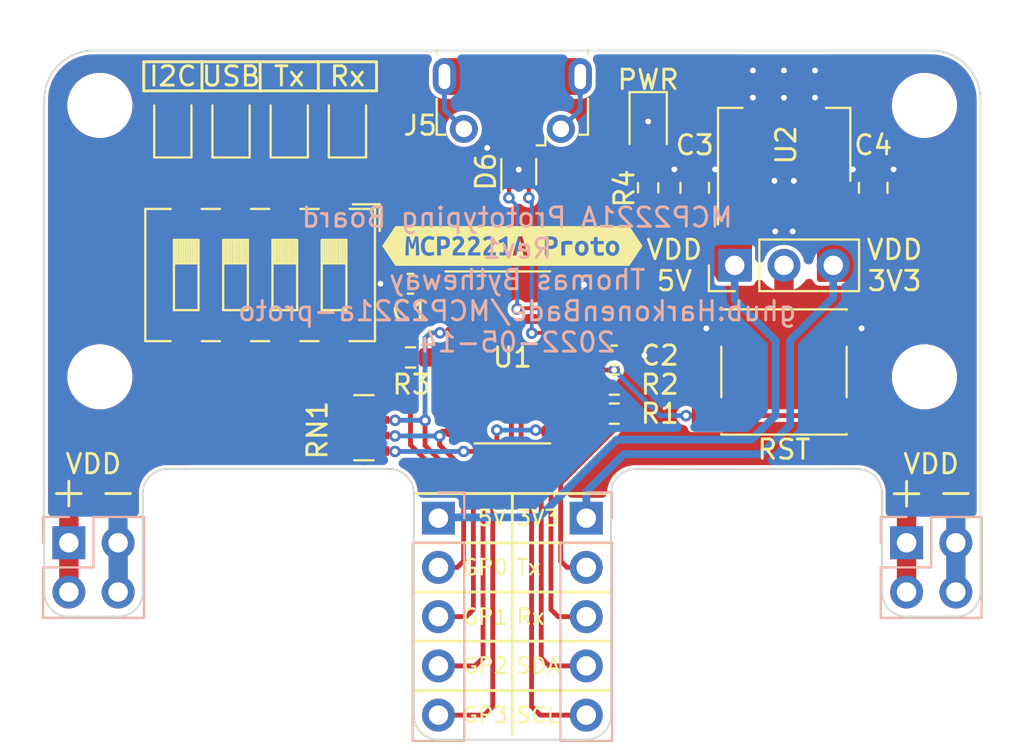
<source format=kicad_pcb>
(kicad_pcb (version 20211014) (generator pcbnew)
  (layers (0 "F.Cu" signal) (31 "B.Cu" signal) (34 "B.Paste" user) (35 "F.Paste" user) (36 "B.SilkS" user "B.Silkscreen") (37 "F.SilkS" user "F.Silkscreen") (38 "B.Mask" user) (39 "F.Mask" user) (44 "Edge.Cuts" user))
  (net 0 "")
  (net 1 "+5V")
  (net 2 "GND")
  (net 3 "+3V3")
  (net 4 "VDD")
  (net 5 "Net-(C2-Pad1)")
  (net 6 "Net-(D1-Pad1)")
  (net 7 "Net-(D2-Pad1)")
  (net 8 "Net-(D3-Pad1)")
  (net 9 "Net-(D4-Pad1)")
  (net 10 "Net-(D5-Pad2)")
  (net 11 "G0")
  (net 12 "G1")
  (net 13 "G2")
  (net 14 "G3")
  (net 15 "Tx")
  (net 16 "Rx")
  (net 17 "SDA")
  (net 18 "SCL")
  (net 19 "Net-(R3-Pad1)")
  (net 20 "D-")
  (net 21 "D+")
  (net 23 "unconnected-(J5-Pad6)")
  (net 24 "Net-(RN1-Pad1)")
  (net 25 "Net-(RN1-Pad2)")
  (net 26 "Net-(RN1-Pad3)")
  (net 27 "Net-(RN1-Pad4)")
  (footprint "Capacitor_SMD:C_0805_2012Metric" (layer "F.Cu") (at 66.86 33.75 90)
    (fp_text reference "C4" (at 2.2 0) (layer "F.SilkS"))
    (fp_text value "10u")
    (pad "1" smd roundrect (at -0.95 0 90) (size 1 1.45) (layers "F.Cu" "F.Paste" "F.Mask") (net 3 "+3V3"))
    (pad "2" smd roundrect (at 0.95 0 90) (size 1 1.45) (layers "F.Cu" "F.Paste" "F.Mask") (net 2 "GND"))
  )
  (footprint "Resistor_SMD:R_0603_1608Metric" (layer "F.Cu") (at 53.51 43.9)
    (fp_text reference "R2" (at 2.35 0) (layer "F.SilkS"))
    (fp_text value "4k7")
    (pad "1" smd roundrect (at -0.825 0) (size 0.8 0.95) (layers "F.Cu" "F.Paste" "F.Mask") (net 18 "SCL"))
    (pad "2" smd roundrect (at 0.825 0) (size 0.8 0.95) (layers "F.Cu" "F.Paste" "F.Mask") (net 4 "VDD"))
  )
  (footprint "LED_SMD:LED_0805_2012Metric" (layer "F.Cu") (at 33.76 30.5 90)
    (fp_text reference "D3" hide)
    (fp_text value "USB" (at 2.5 0) (layer "F.SilkS"))
    (pad "1" smd roundrect (at -0.9375 0 90) (size 0.975 1.4) (layers "F.Cu" "F.Paste" "F.Mask") (net 8 "Net-(D3-Pad1)"))
    (pad "2" smd roundrect (at 0.9375 0 90) (size 0.975 1.4) (layers "F.Cu" "F.Paste" "F.Mask") (net 4 "VDD"))
  )
  (footprint "Package_TO_SOT_SMD:SOT-223-3_TabPin2" (layer "F.Cu") (at 62.27 31.54 90)
    (fp_text reference "U2" (at 0 0.1 90) (layer "F.SilkS"))
    (fp_text value "MCP1826S")
    (pad "1" smd rect (at -3.15 -2.3 90) (size 2 1.5) (layers "F.Cu" "F.Paste" "F.Mask") (net 1 "+5V"))
    (pad "2" smd rect (at 3.15 0 90) (size 2 3.8) (layers "F.Cu" "F.Paste" "F.Mask") (net 2 "GND"))
    (pad "2" smd rect (at -3.15 0 90) (size 2 1.5) (layers "F.Cu" "F.Paste" "F.Mask") (net 2 "GND"))
    (pad "3" smd rect (at -3.15 2.3 90) (size 2 1.5) (layers "F.Cu" "F.Paste" "F.Mask") (net 3 "+3V3"))
  )
  (footprint "Resistor_SMD:R_0603_1608Metric" (layer "F.Cu") (at 43.01 42.5 180)
    (fp_text reference "R3" (at -0.05 -1.4) (layer "F.SilkS"))
    (fp_text value "10k")
    (pad "1" smd roundrect (at -0.825 0 180) (size 0.8 0.95) (layers "F.Cu" "F.Paste" "F.Mask") (net 19 "Net-(R3-Pad1)"))
    (pad "2" smd roundrect (at 0.825 0 180) (size 0.8 0.95) (layers "F.Cu" "F.Paste" "F.Mask") (net 4 "VDD"))
  )
  (footprint "MountingHole:MountingHole_2.7mm_M2.5_ISO7380" (layer "F.Cu") (at 27 43.5)
    (fp_text reference "H1" hide)
    (fp_text value "MountingHole")
    (pad "" np_thru_hole circle (at 0 0) (size 2.7 2.7) (drill 2.7) (layers *.Cu *.Mask))
  )
  (footprint "MountingHole:MountingHole_2.7mm_M2.5_ISO7380" (layer "F.Cu") (at 69.5 43.5)
    (fp_text reference "H4" hide)
    (fp_text value "MountingHole")
    (pad "" np_thru_hole circle (at 0 0) (size 2.7 2.7) (drill 2.7) (layers *.Cu *.Mask))
  )
  (footprint "LED_SMD:LED_0805_2012Metric" (layer "F.Cu") (at 30.76 30.5 90)
    (fp_text reference "D4" hide)
    (fp_text value "I2C" (at 2.5 0) (layer "F.SilkS"))
    (pad "1" smd roundrect (at -0.9375 0 90) (size 0.975 1.4) (layers "F.Cu" "F.Paste" "F.Mask") (net 9 "Net-(D4-Pad1)"))
    (pad "2" smd roundrect (at 0.9375 0 90) (size 0.975 1.4) (layers "F.Cu" "F.Paste" "F.Mask") (net 4 "VDD"))
  )
  (footprint "Capacitor_SMD:C_0805_2012Metric" (layer "F.Cu") (at 57.66 33.75 90)
    (fp_text reference "C3" (at 2.2 0) (layer "F.SilkS"))
    (fp_text value "10u")
    (pad "1" smd roundrect (at -0.95 0 90) (size 1 1.45) (layers "F.Cu" "F.Paste" "F.Mask") (net 1 "+5V"))
    (pad "2" smd roundrect (at 0.95 0 90) (size 1 1.45) (layers "F.Cu" "F.Paste" "F.Mask") (net 2 "GND"))
  )
  (footprint "Package_TO_SOT_SMD:SOT-523" (layer "F.Cu") (at 48.591 32.912351 90)
    (fp_text reference "D6" (at 0 -1.7 90) (layer "F.SilkS"))
    (fp_text value "RCLAMP0582B")
    (pad "1" smd rect (at -0.645 -0.5 270) (size 0.51 0.4) (layers "F.Cu" "F.Paste" "F.Mask") (net 21 "D+"))
    (pad "2" smd rect (at -0.645 0.5 270) (size 0.51 0.4) (layers "F.Cu" "F.Paste" "F.Mask") (net 20 "D-"))
    (pad "3" smd rect (at 0.645 0 270) (size 0.51 0.4) (layers "F.Cu" "F.Paste" "F.Mask") (net 2 "GND"))
  )
  (footprint "Connector_USB:USB_Micro-B_Molex-105017-0001" (layer "F.Cu") (at 48.26 29.25 180)
    (fp_text reference "J5" (at 4.75 -1.29) (layer "F.SilkS"))
    (fp_text value "USB_B_Micro")
    (pad "1" smd rect (at -1.3 -1.4625 180) (size 0.4 1.35) (layers "F.Cu" "F.Paste" "F.Mask") (net 1 "+5V"))
    (pad "2" smd rect (at -0.65 -1.4625 180) (size 0.4 1.35) (layers "F.Cu" "F.Paste" "F.Mask") (net 20 "D-"))
    (pad "3" smd rect (at 0 -1.4625 180) (size 0.4 1.35) (layers "F.Cu" "F.Paste" "F.Mask") (net 21 "D+"))
    (pad "4" smd rect (at 0.65 -1.4625 180) (size 0.4 1.35) (layers "F.Cu" "F.Paste" "F.Mask"))
    (pad "5" smd rect (at 1.3 -1.4625 180) (size 0.4 1.35) (layers "F.Cu" "F.Paste" "F.Mask") (net 2 "GND"))
    (pad "6" thru_hole circle (at 2.5 -1.4625 180) (size 1.45 1.45) (drill 0.85) (layers *.Cu *.Mask) (net 23 "unconnected-(J5-Pad6)"))
    (pad "6" thru_hole circle (at -2.5 -1.4625 180) (size 1.45 1.45) (drill 0.85) (layers *.Cu *.Mask) (net 23 "unconnected-(J5-Pad6)"))
    (pad "6" thru_hole oval (at 3.5 1.2375 180) (size 1.2 1.9) (drill oval 0.6 1.3) (layers *.Cu *.Mask) (net 23 "unconnected-(J5-Pad6)"))
    (pad "6" smd rect (at 2.9 1.2375 180) (size 1.2 1.9) (layers "F.Cu" "F.Mask") (net 23 "unconnected-(J5-Pad6)"))
    (pad "6" thru_hole oval (at -3.5 1.2375) (size 1.2 1.9) (drill oval 0.6 1.3) (layers *.Cu *.Mask) (net 23 "unconnected-(J5-Pad6)"))
    (pad "6" smd rect (at 1 1.2375 180) (size 1.5 1.9) (layers "F.Cu" "F.Paste" "F.Mask") (net 23 "unconnected-(J5-Pad6)"))
    (pad "6" smd rect (at -2.9 1.2375 180) (size 1.2 1.9) (layers "F.Cu" "F.Mask") (net 23 "unconnected-(J5-Pad6)"))
    (pad "6" smd rect (at -1 1.2375 180) (size 1.5 1.9) (layers "F.Cu" "F.Paste" "F.Mask") (net 23 "unconnected-(J5-Pad6)"))
  )
  (footprint "Connector_PinHeader_2.54mm:PinHeader_1x03_P2.54mm_Vertical" (layer "F.Cu") (at 59.72 37.75 90)
    (fp_text reference "SW3" hide)
    (fp_text value "VDD_SEL")
    (pad "1" thru_hole rect (at 0 0 90) (size 1.7 1.7) (drill 1) (layers *.Cu *.Mask) (net 1 "+5V"))
    (pad "2" thru_hole oval (at 0 2.54 90) (size 1.7 1.7) (drill 1) (layers *.Cu *.Mask) (net 4 "VDD"))
    (pad "3" thru_hole oval (at 0 5.08 90) (size 1.7 1.7) (drill 1) (layers *.Cu *.Mask) (net 3 "+3V3"))
  )
  (footprint "LED_SMD:LED_0805_2012Metric" (layer "F.Cu") (at 39.76 30.5 90)
    (fp_text reference "D1" hide)
    (fp_text value "Rx" (at 2.5 0) (layer "F.SilkS"))
    (pad "1" smd roundrect (at -0.9375 0 90) (size 0.975 1.4) (layers "F.Cu" "F.Paste" "F.Mask") (net 6 "Net-(D1-Pad1)"))
    (pad "2" smd roundrect (at 0.9375 0 90) (size 0.975 1.4) (layers "F.Cu" "F.Paste" "F.Mask") (net 4 "VDD"))
  )
  (footprint "Button_Switch_SMD:SW_Push_1P1T_NO_6x6mm_H9.5mm" (layer "F.Cu") (at 62.26 43.25)
    (fp_text reference "SW1" hide)
    (fp_text value "RST" (at 0 4) (layer "F.SilkS"))
    (pad "1" smd rect (at 3.975 -2.25) (size 1.55 1.3) (layers "F.Cu" "F.Paste" "F.Mask") (net 2 "GND"))
    (pad "1" smd rect (at -3.975 -2.25) (size 1.55 1.3) (layers "F.Cu" "F.Paste" "F.Mask") (net 2 "GND"))
    (pad "2" smd rect (at 3.975 2.25) (size 1.55 1.3) (layers "F.Cu" "F.Paste" "F.Mask") (net 19 "Net-(R3-Pad1)"))
    (pad "2" smd rect (at -3.975 2.25) (size 1.55 1.3) (layers "F.Cu" "F.Paste" "F.Mask") (net 19 "Net-(R3-Pad1)"))
  )
  (footprint "kibuzzard-627C3F81" (layer "F.Cu") (at 48.26 36.75)
    (fp_text reference "kibuzzard-627C3F81" hide)
    (fp_text value "G***" hide)
  )
  (footprint "Package_SO:SOIC-14_3.9x8.7mm_P1.27mm" (layer "F.Cu") (at 48.26 42.5)
    (fp_text reference "U1" (at 0 0) (layer "F.SilkS"))
    (fp_text value "MCP2221AxSL")
    (pad "1" smd roundrect (at -2.475 -3.81) (size 1.95 0.6) (layers "F.Cu" "F.Paste" "F.Mask") (net 4 "VDD"))
    (pad "2" smd roundrect (at -2.475 -2.54) (size 1.95 0.6) (layers "F.Cu" "F.Paste" "F.Mask") (net 11 "G0"))
    (pad "3" smd roundrect (at -2.475 -1.27) (size 1.95 0.6) (layers "F.Cu" "F.Paste" "F.Mask") (net 12 "G1"))
    (pad "4" smd roundrect (at -2.475 0) (size 1.95 0.6) (layers "F.Cu" "F.Paste" "F.Mask") (net 19 "Net-(R3-Pad1)"))
    (pad "5" smd roundrect (at -2.475 1.27) (size 1.95 0.6) (layers "F.Cu" "F.Paste" "F.Mask") (net 16 "Rx"))
    (pad "6" smd roundrect (at -2.475 2.54) (size 1.95 0.6) (layers "F.Cu" "F.Paste" "F.Mask") (net 15 "Tx"))
    (pad "7" smd roundrect (at -2.475 3.81) (size 1.95 0.6) (layers "F.Cu" "F.Paste" "F.Mask") (net 13 "G2"))
    (pad "8" smd roundrect (at 2.475 3.81) (size 1.95 0.6) (layers "F.Cu" "F.Paste" "F.Mask") (net 14 "G3"))
    (pad "9" smd roundrect (at 2.475 2.54) (size 1.95 0.6) (layers "F.Cu" "F.Paste" "F.Mask") (net 17 "SDA"))
    (pad "10" smd roundrect (at 2.475 1.27) (size 1.95 0.6) (layers "F.Cu" "F.Paste" "F.Mask") (net 18 "SCL"))
    (pad "11" smd roundrect (at 2.475 0) (size 1.95 0.6) (layers "F.Cu" "F.Paste" "F.Mask") (net 5 "Net-(C2-Pad1)"))
    (pad "12" smd roundrect (at 2.475 -1.27) (size 1.95 0.6) (layers "F.Cu" "F.Paste" "F.Mask") (net 20 "D-"))
    (pad "13" smd roundrect (at 2.475 -2.54) (size 1.95 0.6) (layers "F.Cu" "F.Paste" "F.Mask") (net 21 "D+"))
    (pad "14" smd roundrect (at 2.475 -3.81) (size 1.95 0.6) (layers "F.Cu" "F.Paste" "F.Mask") (net 2 "GND"))
  )
  (footprint "Capacitor_SMD:C_0603_1608Metric" (layer "F.Cu") (at 43.01 38.7 180)
    (fp_text reference "C1" (at 0 -1.4) (layer "F.SilkS"))
    (fp_text value "100n")
    (pad "1" smd roundrect (at -0.775 0 180) (size 0.9 0.95) (layers "F.Cu" "F.Paste" "F.Mask") (net 4 "VDD"))
    (pad "2" smd roundrect (at 0.775 0 180) (size 0.9 0.95) (layers "F.Cu" "F.Paste" "F.Mask") (net 2 "GND"))
  )
  (footprint "MountingHole:MountingHole_2.7mm_M2.5_ISO7380" (layer "F.Cu") (at 27 29.5)
    (fp_text reference "H2" hide)
    (fp_text value "MountingHole")
    (pad "" np_thru_hole circle (at 0 0) (size 2.7 2.7) (drill 2.7) (layers *.Cu *.Mask))
  )
  (footprint "LED_SMD:LED_0805_2012Metric" (layer "F.Cu") (at 55.26 30.5 -90)
    (fp_text reference "D5" hide)
    (fp_text value "PWR" (at -2.323 0) (layer "F.SilkS"))
    (pad "1" smd roundrect (at -0.9375 0 270) (size 0.975 1.4) (layers "F.Cu" "F.Paste" "F.Mask") (net 2 "GND"))
    (pad "2" smd roundrect (at 0.9375 0 270) (size 0.975 1.4) (layers "F.Cu" "F.Paste" "F.Mask") (net 10 "Net-(D5-Pad2)"))
  )
  (footprint "MountingHole:MountingHole_2.7mm_M2.5_ISO7380" (layer "F.Cu") (at 69.5 29.5)
    (fp_text reference "H3" hide)
    (fp_text value "MountingHole")
    (pad "" np_thru_hole circle (at 0 0) (size 2.7 2.7) (drill 2.7) (layers F&B.Cu *.Mask))
  )
  (footprint "LED_SMD:LED_0805_2012Metric" (layer "F.Cu") (at 36.76 30.5 90)
    (fp_text reference "D2" hide)
    (fp_text value "Tx" (at 2.5 0) (layer "F.SilkS"))
    (pad "1" smd roundrect (at -0.9375 0 90) (size 0.975 1.4) (layers "F.Cu" "F.Paste" "F.Mask") (net 7 "Net-(D2-Pad1)"))
    (pad "2" smd roundrect (at 0.9375 0 90) (size 0.975 1.4) (layers "F.Cu" "F.Paste" "F.Mask") (net 4 "VDD"))
  )
  (footprint "Capacitor_SMD:C_0603_1608Metric" (layer "F.Cu") (at 53.51 42.4)
    (fp_text reference "C2" (at 2.35 0) (layer "F.SilkS"))
    (fp_text value "1u")
    (pad "1" smd roundrect (at -0.775 0) (size 0.9 0.95) (layers "F.Cu" "F.Paste" "F.Mask") (net 5 "Net-(C2-Pad1)"))
    (pad "2" smd roundrect (at 0.775 0) (size 0.9 0.95) (layers "F.Cu" "F.Paste" "F.Mask") (net 2 "GND"))
  )
  (footprint "Button_Switch_SMD:SW_DIP_SPSTx04_Slide_6.7x11.72mm_W8.61mm_P2.54mm_LowProfile" (layer "F.Cu") (at 35.26 38.25 -90)
    (fp_text reference "SW2" hide)
    (fp_text value "SW_DIP_x04")
    (pad "1" smd rect (at -4.305 -3.81 270) (size 2.44 1.12) (layers "F.Cu" "F.Paste" "F.Mask") (net 6 "Net-(D1-Pad1)"))
    (pad "2" smd rect (at -4.305 -1.27 270) (size 2.44 1.12) (layers "F.Cu" "F.Paste" "F.Mask") (net 7 "Net-(D2-Pad1)"))
    (pad "3" smd rect (at -4.305 1.27 270) (size 2.44 1.12) (layers "F.Cu" "F.Paste" "F.Mask") (net 8 "Net-(D3-Pad1)"))
    (pad "4" smd rect (at -4.305 3.81 270) (size 2.44 1.12) (layers "F.Cu" "F.Paste" "F.Mask") (net 9 "Net-(D4-Pad1)"))
    (pad "5" smd rect (at 4.305 3.81 270) (size 2.44 1.12) (layers "F.Cu" "F.Paste" "F.Mask") (net 27 "Net-(RN1-Pad4)"))
    (pad "6" smd rect (at 4.305 1.27 270) (size 2.44 1.12) (layers "F.Cu" "F.Paste" "F.Mask") (net 26 "Net-(RN1-Pad3)"))
    (pad "7" smd rect (at 4.305 -1.27 270) (size 2.44 1.12) (layers "F.Cu" "F.Paste" "F.Mask") (net 25 "Net-(RN1-Pad2)"))
    (pad "8" smd rect (at 4.305 -3.81 270) (size 2.44 1.12) (layers "F.Cu" "F.Paste" "F.Mask") (net 24 "Net-(RN1-Pad1)"))
  )
  (footprint "Resistor_SMD:R_0603_1608Metric" (layer "F.Cu") (at 55.26 33.75 -90)
    (fp_text reference "R4" (at 0.032 1.228 -270) (layer "F.SilkS"))
    (fp_text value "1k")
    (pad "1" smd roundrect (at -0.825 0 270) (size 0.8 0.95) (layers "F.Cu" "F.Paste" "F.Mask") (net 10 "Net-(D5-Pad2)"))
    (pad "2" smd roundrect (at 0.825 0 270) (size 0.8 0.95) (layers "F.Cu" "F.Paste" "F.Mask") (net 1 "+5V"))
  )
  (footprint "Resistor_SMD:R_0603_1608Metric" (layer "F.Cu") (at 53.51 45.4)
    (fp_text reference "R1" (at 2.35 0) (layer "F.SilkS"))
    (fp_text value "4k7")
    (pad "1" smd roundrect (at -0.825 0) (size 0.8 0.95) (layers "F.Cu" "F.Paste" "F.Mask") (net 17 "SDA"))
    (pad "2" smd roundrect (at 0.825 0) (size 0.8 0.95) (layers "F.Cu" "F.Paste" "F.Mask") (net 4 "VDD"))
  )
  (footprint "Resistor_SMD:R_Array_Convex_4x0603" (layer "F.Cu") (at 40.61 46.125)
    (fp_text reference "RN1" (at -2.4 0.125 90) (layer "F.SilkS"))
    (fp_text value "1k")
    (pad "1" smd rect (at -0.9 -1.2) (size 0.8 0.5) (layers "F.Cu" "F.Paste" "F.Mask") (net 24 "Net-(RN1-Pad1)"))
    (pad "2" smd rect (at -0.9 -0.4) (size 0.8 0.4) (layers "F.Cu" "F.Paste" "F.Mask") (net 25 "Net-(RN1-Pad2)"))
    (pad "3" smd rect (at -0.9 0.4) (size 0.8 0.4) (layers "F.Cu" "F.Paste" "F.Mask") (net 26 "Net-(RN1-Pad3)"))
    (pad "4" smd rect (at -0.9 1.2) (size 0.8 0.5) (layers "F.Cu" "F.Paste" "F.Mask") (net 27 "Net-(RN1-Pad4)"))
    (pad "5" smd rect (at 0.9 1.2) (size 0.8 0.5) (layers "F.Cu" "F.Paste" "F.Mask") (net 14 "G3"))
    (pad "6" smd rect (at 0.9 0.4) (size 0.8 0.4) (layers "F.Cu" "F.Paste" "F.Mask") (net 13 "G2"))
    (pad "7" smd rect (at 0.9 -0.4) (size 0.8 0.4) (layers "F.Cu" "F.Paste" "F.Mask") (net 12 "G1"))
    (pad "8" smd rect (at 0.9 -1.2) (size 0.8 0.5) (layers "F.Cu" "F.Paste" "F.Mask") (net 11 "G0"))
  )
  (footprint "Connector_PinHeader_2.54mm:PinHeader_1x05_P2.54mm_Vertical" (layer "B.Cu") (at 44.45 50.79 180)
    (fp_text reference "J3" hide)
    (fp_text value "GPIO" hide)
    (pad "1" thru_hole rect (at 0 0 180) (size 1.7 1.7) (drill 1) (layers *.Cu *.Mask) (net 1 "+5V"))
    (pad "2" thru_hole oval (at 0 -2.54 180) (size 1.7 1.7) (drill 1) (layers *.Cu *.Mask) (net 11 "G0"))
    (pad "3" thru_hole oval (at 0 -5.08 180) (size 1.7 1.7) (drill 1) (layers *.Cu *.Mask) (net 12 "G1"))
    (pad "4" thru_hole oval (at 0 -7.62 180) (size 1.7 1.7) (drill 1) (layers *.Cu *.Mask) (net 13 "G2"))
    (pad "5" thru_hole oval (at 0 -10.16 180) (size 1.7 1.7) (drill 1) (layers *.Cu *.Mask) (net 14 "G3"))
  )
  (footprint "Connector_PinHeader_2.54mm:PinHeader_1x05_P2.54mm_Vertical" (layer "B.Cu") (at 52.07 50.79 180)
    (fp_text reference "J4" hide)
    (fp_text value "UART/SPI" hide)
    (pad "1" thru_hole rect (at 0 0 180) (size 1.7 1.7) (drill 1) (layers *.Cu *.Mask) (net 3 "+3V3"))
    (pad "2" thru_hole oval (at 0 -2.54 180) (size 1.7 1.7) (drill 1) (layers *.Cu *.Mask) (net 18 "SCL"))
    (pad "3" thru_hole oval (at 0 -5.08 180) (size 1.7 1.7) (drill 1) (layers *.Cu *.Mask) (net 17 "SDA"))
    (pad "4" thru_hole oval (at 0 -7.62 180) (size 1.7 1.7) (drill 1) (layers *.Cu *.Mask) (net 16 "Rx"))
    (pad "5" thru_hole oval (at 0 -10.16 180) (size 1.7 1.7) (drill 1) (layers *.Cu *.Mask) (net 15 "Tx"))
  )
  (footprint "Connector_PinHeader_2.54mm:PinHeader_2x02_P2.54mm_Vertical" (layer "B.Cu") (at 68.58 52.06 -90)
    (fp_text reference "J2" hide)
    (fp_text value "VDD" (at -4.064 -1.27) (layer "F.SilkS"))
    (pad "1" thru_hole rect (at 0 0 270) (size 1.7 1.7) (drill 1) (layers *.Cu *.Mask) (net 4 "VDD"))
    (pad "2" thru_hole oval (at 2.54 0 270) (size 1.7 1.7) (drill 1) (layers *.Cu *.Mask) (net 4 "VDD"))
    (pad "3" thru_hole oval (at 0 -2.54 270) (size 1.7 1.7) (drill 1) (layers *.Cu *.Mask) (net 2 "GND"))
    (pad "4" thru_hole oval (at 2.54 -2.54 270) (size 1.7 1.7) (drill 1) (layers *.Cu *.Mask) (net 2 "GND"))
  )
  (footprint "Connector_PinHeader_2.54mm:PinHeader_2x02_P2.54mm_Vertical" (layer "B.Cu") (at 25.4 52.06 -90)
    (fp_text reference "J1" hide)
    (fp_text value "VDD" (at -4.064 -1.27) (layer "F.SilkS"))
    (pad "1" thru_hole rect (at 0 0 270) (size 1.7 1.7) (drill 1) (layers *.Cu *.Mask) (net 4 "VDD"))
    (pad "2" thru_hole oval (at 2.54 0 270) (size 1.7 1.7) (drill 1) (layers *.Cu *.Mask) (net 4 "VDD"))
    (pad "3" thru_hole oval (at 0 -2.54 270) (size 1.7 1.7) (drill 1) (layers *.Cu *.Mask) (net 2 "GND"))
    (pad "4" thru_hole oval (at 2.54 -2.54 270) (size 1.7 1.7) (drill 1) (layers *.Cu *.Mask) (net 2 "GND"))
  )
  (gr_line (start 48.26 49.52) (end 43.25 49.52) (layer "F.SilkS") (width 0.15))
  (gr_line (start 38.26 27.25) (end 38.26 28.75) (layer "F.SilkS") (width 0.15))
  (gr_line (start 43.25 57.14) (end 48.26 57.14) (layer "F.SilkS") (width 0.15))
  (gr_line (start 48.26 61.966) (end 48.26 49.52) (layer "F.SilkS") (width 0.15))
  (gr_line (start 70.485 49.52) (end 71.755 49.52) (layer "F.SilkS") (width 0.15))
  (gr_line (start 68.58 50.165) (end 68.58 48.895) (layer "F.SilkS") (width 0.15))
  (gr_line (start 29.26 28.75) (end 41.26 28.75) (layer "F.SilkS") (width 0.15))
  (gr_line (start 53.25 52.06) (end 48.26 52.06) (layer "F.SilkS") (width 0.15))
  (gr_line (start 32.26 27.25) (end 32.26 28.75) (layer "F.SilkS") (width 0.15))
  (gr_line (start 53.25 59.68) (end 48.26 59.68) (layer "F.SilkS") (width 0.15))
  (gr_line (start 27.305 49.52) (end 28.575 49.52) (layer "F.SilkS") (width 0.15))
  (gr_line (start 24.765 49.52) (end 26.035 49.52) (layer "F.SilkS") (width 0.15))
  (gr_line (start 48.26 52.06) (end 43.25 52.06) (layer "F.SilkS") (width 0.15))
  (gr_line (start 48.26 54.6) (end 43.25 54.6) (layer "F.SilkS") (width 0.15))
  (gr_line (start 41.26 27.25) (end 41.26 28.75) (layer "F.SilkS") (width 0.15))
  (gr_line (start 25.4 48.885) (end 25.4 50.155) (layer "F.SilkS") (width 0.15))
  (gr_line (start 43.25 59.68) (end 48.26 59.68) (layer "F.SilkS") (width 0.15))
  (gr_line (start 48.26 49.52) (end 53.25 49.52) (layer "F.SilkS") (width 0.15))
  (gr_line (start 69.215 49.53) (end 67.945 49.53) (layer "F.SilkS") (width 0.15))
  (gr_line (start 53.25 57.14) (end 48.26 57.14) (layer "F.SilkS") (width 0.15))
  (gr_line (start 41.26 27.25) (end 29.26 27.25) (layer "F.SilkS") (width 0.15))
  (gr_line (start 53.25 54.6) (end 48.26 54.6) (layer "F.SilkS") (width 0.15))
  (gr_line (start 29.26 27.25) (end 29.26 28.75) (layer "F.SilkS") (width 0.15))
  (gr_line (start 35.26 27.25) (end 35.26 28.75) (layer "F.SilkS") (width 0.15))
  (gr_arc (start 25.4 55.87) (mid 24.501974 55.498026) (end 24.13 54.6) (layer "Edge.Cuts") (width 0.1))
  (gr_line (start 24.13 29.21) (end 24.13 54.6) (layer "Edge.Cuts") (width 0.1))
  (gr_line (start 69.85 26.67) (end 26.67 26.67) (layer "Edge.Cuts") (width 0.1))
  (gr_arc (start 72.39 54.6) (mid 72.018026 55.498026) (end 71.12 55.87) (layer "Edge.Cuts") (width 0.1))
  (gr_line (start 25.4 55.87) (end 27.94 55.87) (layer "Edge.Cuts") (width 0.1))
  (gr_line (start 67.31 49.52) (end 67.31 54.6) (layer "Edge.Cuts") (width 0.1))
  (gr_arc (start 66.04 48.25) (mid 66.938026 48.621974) (end 67.31 49.52) (layer "Edge.Cuts") (width 0.1))
  (gr_arc (start 69.85 26.67) (mid 71.646051 27.413949) (end 72.39 29.21) (layer "Edge.Cuts") (width 0.1))
  (gr_line (start 53.34 60.949999) (end 53.34 49.53) (layer "Edge.Cuts") (width 0.1))
  (gr_line (start 68.58 55.87) (end 71.12 55.87) (layer "Edge.Cuts") (width 0.1))
  (gr_arc (start 53.34 49.53) (mid 53.711974 48.631974) (end 54.61 48.26) (layer "Edge.Cuts") (width 0.1))
  (gr_arc (start 41.91 48.25) (mid 42.808026 48.621974) (end 43.18 49.52) (layer "Edge.Cuts") (width 0.1))
  (gr_arc (start 44.450001 62.219999) (mid 43.551975 61.848025) (end 43.180001 60.949999) (layer "Edge.Cuts") (width 0.1))
  (gr_arc (start 29.21 49.52) (mid 29.581974 48.621974) (end 30.48 48.25) (layer "Edge.Cuts") (width 0.1))
  (gr_line (start 29.21 54.6) (end 29.21 49.52) (layer "Edge.Cuts") (width 0.1))
  (gr_line (start 44.450001 62.219999) (end 52.07 62.219999) (layer "Edge.Cuts") (width 0.1))
  (gr_line (start 43.18 49.52) (end 43.180001 60.949999) (layer "Edge.Cuts") (width 0.1))
  (gr_arc (start 68.58 55.87) (mid 67.681974 55.498026) (end 67.31 54.6) (layer "Edge.Cuts") (width 0.1))
  (gr_line (start 72.39 54.6) (end 72.39 29.21) (layer "Edge.Cuts") (width 0.1))
  (gr_line (start 30.48 48.25) (end 41.91 48.25) (layer "Edge.Cuts") (width 0.1))
  (gr_arc (start 24.13 29.21) (mid 24.873949 27.413949) (end 26.67 26.67) (layer "Edge.Cuts") (width 0.1))
  (gr_arc (start 29.21 54.6) (mid 28.838026 55.498026) (end 27.94 55.87) (layer "Edge.Cuts") (width 0.1))
  (gr_line (start 54.61 48.26) (end 66.04 48.25) (layer "Edge.Cuts") (width 0.1))
  (gr_arc (start 53.34 60.949999) (mid 52.968026 61.848025) (end 52.07 62.219999) (layer "Edge.Cuts") (width 0.1))
  (gr_text "MCP2221A Prototyping Board\nRev1\nThomas Bytheway\nghub:HarkonenBade/MCP2221a-proto\n2022-05-14\n" (at 48.51 38.5) (layer "B.SilkS") (effects (font (size 1 1)) (justify mirror)))
  (gr_text "GP1\n" (at 48.133 55.88) (layer "F.SilkS") (effects (font (size 0.8 0.8) (thickness 0.12)) (justify right)))
  (gr_text "SDA\n" (at 48.387 58.41) (layer "F.SilkS") (effects (font (size 0.8 0.8) (thickness 0.12)) (justify left)))
  (gr_text "Tx" (at 48.387 53.33) (layer "F.SilkS") (effects (font (size 0.8 0.8) (thickness 0.12)) (justify left)))
  (gr_text "5V\n" (at 48.006 50.79) (layer "F.SilkS") (effects (font (size 0.8 0.8) (thickness 0.12)) (justify right)))
  (gr_text "3V3" (at 48.387 50.79) (layer "F.SilkS") (effects (font (size 0.8 0.8) (thickness 0.12)) (justify left)))
  (gr_text "VDD\n3V3" (at 67.96 37.75) (layer "F.SilkS") (effects (font (size 1 1))))
  (gr_text "GP2" (at 48.133 58.41) (layer "F.SilkS") (effects (font (size 0.8 0.8) (thickness 0.12)) (justify right)))
  (gr_text "GP0" (at 48.133 53.33) (layer "F.SilkS") (effects (font (size 0.8 0.8) (thickness 0.12)) (justify right)))
  (gr_text "SCL" (at 48.387 60.95) (layer "F.SilkS") (effects (font (size 0.8 0.8) (thickness 0.12)) (justify left)))
  (gr_text "Rx" (at 48.387 55.88) (layer "F.SilkS") (effects (font (size 0.8 0.8) (thickness 0.12)) (justify left)))
  (gr_text "GP3\n" (at 48.133 60.95) (layer "F.SilkS") (effects (font (size 0.8 0.8) (thickness 0.12)) (justify right)))
  (gr_text "VDD\n5V" (at 56.61 37.75) (layer "F.SilkS") (effects (font (size 1 1))))
  (segment (start 52.585 34.575) (end 57.535 34.575) (width 0.4) (layer "F.Cu") (net 1))
  (segment (start 49.56 30.7125) (end 49.56 31.55) (width 0.4) (layer "F.Cu") (net 1))
  (segment (start 49.56 31.55) (end 52.585 34.575) (width 0.4) (layer "F.Cu") (net 1))
  (segment (start 57.535 34.575) (end 57.66 34.7) (width 0.4) (layer "F.Cu") (net 1))
  (segment (start 59.72 37.75) (end 59.72 39.52) (width 0.4) (layer "B.Cu") (net 1))
  (segment (start 49.625 50.75) (end 44.49 50.75) (width 0.4) (layer "B.Cu") (net 1))
  (segment (start 61.83 41.64) (end 61.83 45.49) (width 0.4) (layer "B.Cu") (net 1))
  (segment (start 61.83 45.49) (end 60.58 46.74) (width 0.4) (layer "B.Cu") (net 1))
  (segment (start 59.72 39.52) (end 61.83 41.63) (width 0.4) (layer "B.Cu") (net 1))
  (segment (start 53.635 46.74) (end 49.625 50.75) (width 0.4) (layer "B.Cu") (net 1))
  (segment (start 44.49 50.75) (end 44.45 50.79) (width 0.4) (layer "B.Cu") (net 1))
  (segment (start 60.58 46.74) (end 53.635 46.74) (width 0.4) (layer "B.Cu") (net 1))
  (segment (start 46.96 31.69) (end 46.96 30.7125) (width 0.25) (layer "F.Cu") (net 2))
  (segment (start 48.591 32.262351) (end 48.591 32.8395) (width 0.25) (layer "F.Cu") (net 2))
  (segment (start 51.9 38.69) (end 51.96 38.75) (width 0.25) (layer "F.Cu") (net 2))
  (segment (start 55.26 29.5625) (end 55.26 30.327) (width 0.25) (layer "F.Cu") (net 2))
  (segment (start 41.46 38.7) (end 42.235 38.7) (width 0.25) (layer "F.Cu") (net 2))
  (segment (start 55.06 42.4) (end 54.285 42.4) (width 0.25) (layer "F.Cu") (net 2))
  (segment (start 50.735 38.69) (end 51.9 38.69) (width 0.25) (layer "F.Cu") (net 2))
  (via (at 65.81 32.8) (size 0.6) (drill 0.3) (layers "F.Cu" "B.Cu") (net 2))
  (via (at 62.71 36) (size 0.6) (drill 0.3) (layers "F.Cu" "B.Cu") (net 2))
  (via (at 62.77 33.39) (size 0.6) (drill 0.3) (layers "F.Cu" "B.Cu") (net 2))
  (via (at 58.26 41) (size 0.6) (drill 0.3) (layers "F.Cu" "B.Cu") (net 2))
  (via (at 46.96 31.69) (size 0.6) (drill 0.3) (layers "F.Cu" "B.Cu") (net 2))
  (via (at 51.96 38.75) (size 0.6) (drill 0.3) (layers "F.Cu" "B.Cu") (net 2))
  (via (at 63.86 29.1) (size 0.6) (drill 0.3) (layers "F.Cu" "B.Cu") (net 2))
  (via (at 56.61 32.8) (size 0.6) (drill 0.3) (layers "F.Cu" "B.Cu") (net 2))
  (via (at 67.91 32.8) (size 0.6) (drill 0.3) (layers "F.Cu" "B.Cu") (net 2))
  (via (at 55.26 30.327) (size 0.6) (drill 0.3) (layers "F.Cu" "B.Cu") (net 2))
  (via (at 60.66 27.7) (size 0.6) (drill 0.3) (layers "F.Cu" "B.Cu") (net 2))
  (via (at 61.77 33.39) (size 0.6) (drill 0.3) (layers "F.Cu" "B.Cu") (net 2))
  (via (at 55.06 42.4) (size 0.6) (drill 0.3) (layers "F.Cu" "B.Cu") (net 2))
  (via (at 41.46 38.7) (size 0.6) (drill 0.3) (layers "F.Cu" "B.Cu") (net 2))
  (via (at 61.81 36) (size 0.6) (drill 0.3) (layers "F.Cu" "B.Cu") (net 2))
  (via (at 60.66 29.1) (size 0.6) (drill 0.3) (layers "F.Cu" "B.Cu") (net 2))
  (via (at 62.26 27.7) (size 0.6) (drill 0.3) (layers "F.Cu" "B.Cu") (net 2))
  (via (at 66.26 41) (size 0.6) (drill 0.3) (layers "F.Cu" "B.Cu") (net 2))
  (via (at 58.71 32.8) (size 0.6) (drill 0.3) (layers "F.Cu" "B.Cu") (net 2))
  (via (at 63.86 27.7) (size 0.6) (drill 0.3) (layers "F.Cu" "B.Cu") (net 2))
  (via (at 48.5905 32.815) (size 0.6) (drill 0.3) (layers "F.Cu" "B.Cu") (net 2))
  (via (at 62.26 29.1) (size 0.6) (drill 0.3) (layers "F.Cu" "B.Cu") (net 2))
  (segment (start 64.8 37.75) (end 64.8 39.41) (width 0.4) (layer "B.Cu") (net 3))
  (segment (start 52.07 49.43) (end 52.07 50.79) (width 0.4) (layer "B.Cu") (net 3))
  (segment (start 61.08 47.49) (end 54.01 47.49) (width 0.4) (layer "B.Cu") (net 3))
  (segment (start 54.01 47.49) (end 52.07 49.43) (width 0.4) (layer "B.Cu") (net 3))
  (segment (start 62.58 41.64) (end 62.58 45.99) (width 0.4) (layer "B.Cu") (net 3))
  (segment (start 62.58 45.99) (end 61.08 47.49) (width 0.4) (layer "B.Cu") (net 3))
  (segment (start 64.8 39.41) (end 62.58 41.63) (width 0.4) (layer "B.Cu") (net 3))
  (segment (start 45.785 38.69) (end 43.77 38.69) (width 0.25) (layer "F.Cu") (net 4))
  (segment (start 51.96 42.5) (end 52.06 42.4) (width 0.25) (layer "F.Cu") (net 5))
  (segment (start 52.06 42.4) (end 52.735 42.4) (width 0.25) (layer "F.Cu") (net 5))
  (segment (start 50.735 42.5) (end 51.96 42.5) (width 0.25) (layer "F.Cu") (net 5))
  (segment (start 39.76 32) (end 39.76 31.4375) (width 0.25) (layer "F.Cu") (net 6))
  (segment (start 39.07 33.945) (end 39.07 32.69) (width 0.25) (layer "F.Cu") (net 6))
  (segment (start 39.07 32.69) (end 39.76 32) (width 0.25) (layer "F.Cu") (net 6))
  (segment (start 36.76 32.25) (end 36.76 31.4375) (width 0.25) (layer "F.Cu") (net 7))
  (segment (start 36.53 32.48) (end 36.76 32.25) (width 0.25) (layer "F.Cu") (net 7))
  (segment (start 36.53 33.945) (end 36.53 32.48) (width 0.25) (layer "F.Cu") (net 7))
  (segment (start 33.99 33.945) (end 34.01 33.925) (width 0.25) (layer "F.Cu") (net 8))
  (segment (start 34.01 33.925) (end 34.01 32.5) (width 0.25) (layer "F.Cu") (net 8))
  (segment (start 34.01 32.5) (end 33.76 32.25) (width 0.25) (layer "F.Cu") (net 8))
  (segment (start 33.76 32.25) (end 33.76 31.4375) (width 0.25) (layer "F.Cu") (net 8))
  (segment (start 31.45 33.945) (end 31.45 32.69) (width 0.25) (layer "F.Cu") (net 9))
  (segment (start 30.76 32) (end 30.76 31.4375) (width 0.25) (layer "F.Cu") (net 9))
  (segment (start 31.45 32.69) (end 30.76 32) (width 0.25) (layer "F.Cu") (net 9))
  (segment (start 55.26 32.925) (end 55.26 31.3855) (width 0.25) (layer "F.Cu") (net 10))
  (segment (start 43.01 41.45) (end 43.01 47.01) (width 0.25) (layer "F.Cu") (net 11))
  (segment (start 45.785 39.96) (end 44.5 39.96) (width 0.25) (layer "F.Cu") (net 11))
  (segment (start 41.51 44.925) (end 43.01 44.925) (width 0.25) (layer "F.Cu") (net 11))
  (segment (start 43.01 47.01) (end 45.75 49.75) (width 0.25) (layer "F.Cu") (net 11))
  (segment (start 44.5 39.96) (end 43.01 41.45) (width 0.25) (layer "F.Cu") (net 11))
  (segment (start 45.42 53.33) (end 44.45 53.33) (width 0.25) (layer "F.Cu") (net 11))
  (segment (start 45.75 49.75) (end 45.75 53) (width 0.25) (layer "F.Cu") (net 11))
  (segment (start 45.75 53) (end 45.42 53.33) (width 0.25) (layer "F.Cu") (net 11))
  (segment (start 43.76 47.042503) (end 46.25 49.532503) (width 0.25) (layer "F.Cu") (net 12))
  (segment (start 46.25 55.5) (end 45.88 55.87) (width 0.25) (layer "F.Cu") (net 12))
  (segment (start 42.19503 45.725) (end 41.51 45.725) (width 0.25) (layer "F.Cu") (net 12))
  (segment (start 44.53 41.23) (end 45.785 41.23) (width 0.25) (layer "F.Cu") (net 12))
  (segment (start 46.25 49.532503) (end 46.25 55.5) (width 0.25) (layer "F.Cu") (net 12))
  (segment (start 45.88 55.87) (end 44.64 55.87) (width 0.25) (layer "F.Cu") (net 12))
  (segment (start 43.76 45.75) (end 43.76 47.042503) (width 0.25) (layer "F.Cu") (net 12))
  (segment (start 42.213019 45.742989) (end 42.19503 45.725) (width 0.25) (layer "F.Cu") (net 12))
  (via (at 44.53 41.23) (size 0.6) (drill 0.3) (layers "F.Cu" "B.Cu") (net 12))
  (via (at 43.76 45.75) (size 0.6) (drill 0.3) (layers "F.Cu" "B.Cu") (net 12))
  (via (at 42.213019 45.742989) (size 0.6) (drill 0.3) (layers "F.Cu" "B.Cu") (net 12))
  (segment (start 44.03 41.23) (end 43.76 41.5) (width 0.25) (layer "B.Cu") (net 12))
  (segment (start 43.76 45.75) (end 43.752989 45.742989) (width 0.25) (layer "B.Cu") (net 12))
  (segment (start 43.752989 45.742989) (end 42.213019 45.742989) (width 0.25) (layer "B.Cu") (net 12))
  (segment (start 44.53 41.23) (end 44.03 41.23) (width 0.25) (layer "B.Cu") (net 12))
  (segment (start 43.76 41.5) (end 43.76 45.75) (width 0.25) (layer "B.Cu") (net 12))
  (segment (start 44.51 47.01) (end 46.75 49.25) (width 0.25) (layer "F.Cu") (net 13))
  (segment (start 46.75 49.25) (end 46.75 58) (width 0.25) (layer "F.Cu") (net 13))
  (segment (start 44.51 46.55) (end 44.51 47.01) (width 0.25) (layer "F.Cu") (net 13))
  (segment (start 44.65 46.31) (end 45.785 46.31) (width 0.25) (layer "F.Cu") (net 13))
  (segment (start 44.51 46.55) (end 44.51 46.45) (width 0.25) (layer "F.Cu") (net 13))
  (segment (start 42.21 46.55) (end 42.185 46.525) (width 0.25) (layer "F.Cu") (net 13))
  (segment (start 42.185 46.525) (end 41.51 46.525) (width 0.25) (layer "F.Cu") (net 13))
  (segment (start 46.34 58.41) (end 45.1 58.41) (width 0.25) (layer "F.Cu") (net 13))
  (segment (start 46.75 58) (end 46.34 58.41) (width 0.25) (layer "F.Cu") (net 13))
  (segment (start 44.51 46.45) (end 44.65 46.31) (width 0.25) (layer "F.Cu") (net 13))
  (via (at 44.51 46.55) (size 0.6) (drill 0.3) (layers "F.Cu" "B.Cu") (net 13))
  (via (at 42.21 46.55) (size 0.6) (drill 0.3) (layers "F.Cu" "B.Cu") (net 13))
  (segment (start 44.51 46.55) (end 42.21 46.55) (width 0.25) (layer "B.Cu") (net 13))
  (segment (start 47.25 60.5) (end 46.8 60.95) (width 0.25) (layer "F.Cu") (net 14))
  (segment (start 42.185 47.325) (end 41.51 47.325) (width 0.25) (layer "F.Cu") (net 14))
  (segment (start 47.46 47.14) (end 47.46 46.25) (width 0.25) (layer "F.Cu") (net 14))
  (segment (start 47.25 47.35) (end 47.25 60.5) (width 0.25) (layer "F.Cu") (net 14))
  (segment (start 49.52 46.31) (end 50.735 46.31) (width 0.25) (layer "F.Cu") (net 14))
  (segment (start 49.46 46.25) (end 49.52 46.31) (width 0.25) (layer "F.Cu") (net 14))
  (segment (start 42.21 47.35) (end 42.185 47.325) (width 0.25) (layer "F.Cu") (net 14))
  (segment (start 46.8 60.95) (end 44.45 60.95) (width 0.25) (layer "F.Cu") (net 14))
  (segment (start 47.3 47.3) (end 47.46 47.14) (width 0.25) (layer "F.Cu") (net 14))
  (segment (start 45.75 47.35) (end 47.25 47.35) (width 0.25) (layer "F.Cu") (net 14))
  (via (at 42.21 47.35) (size 0.6) (drill 0.3) (layers "F.Cu" "B.Cu") (net 14))
  (via (at 45.75 47.35) (size 0.6) (drill 0.3) (layers "F.Cu" "B.Cu") (net 14))
  (via (at 49.46 46.25) (size 0.6) (drill 0.3) (layers "F.Cu" "B.Cu") (net 14))
  (via (at 47.46 46.25) (size 0.6) (drill 0.3) (layers "F.Cu" "B.Cu") (net 14))
  (segment (start 45.75 47.35) (end 42.21 47.35) (width 0.25) (layer "B.Cu") (net 14))
  (segment (start 47.46 46.25) (end 49.46 46.25) (width 0.25) (layer "B.Cu") (net 14))
  (segment (start 52.07 60.95) (end 49.7 60.95) (width 0.25) (layer "F.Cu") (net 15))
  (segment (start 49.25 48) (end 48.21 46.96) (width 0.25) (layer "F.Cu") (net 15))
  (segment (start 48.21 46.96) (end 48.21 45.5) (width 0.25) (layer "F.Cu") (net 15))
  (segment (start 48.21 45.5) (end 47.75 45.04) (width 0.25) (layer "F.Cu") (net 15))
  (segment (start 49.25 60.5) (end 49.25 48) (width 0.25) (layer "F.Cu") (net 15))
  (segment (start 49.7 60.95) (end 49.25 60.5) (width 0.25) (layer "F.Cu") (net 15))
  (segment (start 47.75 45.04) (end 45.785 45.04) (width 0.25) (layer "F.Cu") (net 15))
  (segment (start 48.71 44.25) (end 48.23 43.77) (width 0.25) (layer "F.Cu") (net 16))
  (segment (start 51.42 58.41) (end 50.16 58.41) (width 0.25) (layer "F.Cu") (net 16))
  (segment (start 48.23 43.77) (end 45.785 43.77) (width 0.25) (layer "F.Cu") (net 16))
  (segment (start 50.16 58.41) (end 49.75 58) (width 0.25) (layer "F.Cu") (net 16))
  (segment (start 49.75 47.75) (end 48.71 46.71) (width 0.25) (layer "F.Cu") (net 16))
  (segment (start 49.75 58) (end 49.75 47.75) (width 0.25) (layer "F.Cu") (net 16))
  (segment (start 48.71 46.71) (end 48.71 44.25) (width 0.25) (layer "F.Cu") (net 16))
  (segment (start 50.25 55.5) (end 50.62 55.87) (width 0.25) (layer "F.Cu") (net 17))
  (segment (start 50.25 48.75) (end 50.25 55.5) (width 0.25) (layer "F.Cu") (net 17))
  (segment (start 52.685 46.315) (end 50.25 48.75) (width 0.25) (layer "F.Cu") (net 17))
  (segment (start 52.685 45.4) (end 52.685 46.315) (width 0.25) (layer "F.Cu") (net 17))
  (segment (start 50.62 55.87) (end 51.88 55.87) (width 0.25) (layer "F.Cu") (net 17))
  (segment (start 52.16 45.4) (end 51.8 45.04) (width 0.25) (layer "F.Cu") (net 17))
  (segment (start 51.8 45.04) (end 50.735 45.04) (width 0.25) (layer "F.Cu") (net 17))
  (segment (start 52.685 45.4) (end 52.16 45.4) (width 0.25) (layer "F.Cu") (net 17))
  (segment (start 51.08 53.33) (end 50.75 53) (width 0.25) (layer "F.Cu") (net 18))
  (segment (start 52.34 53.33) (end 51.08 53.33) (width 0.25) (layer "F.Cu") (net 18))
  (segment (start 51.93 43.77) (end 50.735 43.77) (width 0.25) (layer "F.Cu") (net 18))
  (segment (start 53.51 44.25) (end 53.16 43.9) (width 0.25) (layer "F.Cu") (net 18))
  (segment (start 53.16 43.9) (end 52.685 43.9) (width 0.25) (layer "F.Cu") (net 18))
  (segment (start 53.51 46.24) (end 53.51 44.25) (width 0.25) (layer "F.Cu") (net 18))
  (segment (start 52.685 43.9) (end 52.06 43.9) (width 0.25) (layer "F.Cu") (net 18))
  (segment (start 50.75 53) (end 50.75 49) (width 0.25) (layer "F.Cu") (net 18))
  (segment (start 50.75 49) (end 53.51 46.24) (width 0.25) (layer "F.Cu") (net 18))
  (segment (start 52.06 43.9) (end 51.93 43.77) (width 0.25) (layer "F.Cu") (net 18))
  (segment (start 66.235 45.5) (end 58.285 45.5) (width 0.25) (layer "F.Cu") (net 19))
  (segment (start 49.21 43.15) (end 51.935 43.15) (width 0.25) (layer "F.Cu") (net 19))
  (segment (start 58.285 45.5) (end 57.21 45.5) (width 0.25) (layer "F.Cu") (net 19))
  (segment (start 48.56 42.5) (end 49.21 43.15) (width 0.25) (layer "F.Cu") (net 19))
  (segment (start 51.935 43.15) (end 53.51 43.15) (width 0.25) (layer "F.Cu") (net 19))
  (segment (start 45.785 42.5) (end 48.56 42.5) (width 0.25) (layer "F.Cu") (net 19))
  (segment (start 45.785 42.5) (end 43.835 42.5) (width 0.25) (layer "F.Cu") (net 19))
  (via (at 57.21 45.5) (size 0.6) (drill 0.3) (layers "F.Cu" "B.Cu") (net 19))
  (via (at 53.51 43.15) (size 0.6) (drill 0.3) (layers "F.Cu" "B.Cu") (net 19))
  (segment (start 57.21 45.5) (end 55.86 45.5) (width 0.25) (layer "B.Cu") (net 19))
  (segment (start 55.86 45.5) (end 53.51 43.15) (width 0.25) (layer "B.Cu") (net 19))
  (segment (start 49.11 34.265) (end 49.11 33.576351) (width 0.2) (layer "F.Cu") (net 20))
  (segment (start 49.11 33.576351) (end 49.091 33.557351) (width 0.2) (layer "F.Cu") (net 20))
  (segment (start 49.28 41.23) (end 49.26 41.25) (width 0.2) (layer "F.Cu") (net 20))
  (segment (start 49.140011 33.50834) (end 49.091 33.557351) (width 0.2) (layer "F.Cu") (net 20))
  (segment (start 49.140011 31.830011) (end 49.140011 33.50834) (width 0.2) (layer "F.Cu") (net 20))
  (segment (start 48.91 31.6) (end 49.140011 31.830011) (width 0.2) (layer "F.Cu") (net 20))
  (segment (start 48.91 30.7125) (end 48.91 31.6) (width 0.2) (layer "F.Cu") (net 20))
  (segment (start 50.735 41.23) (end 49.28 41.23) (width 0.2) (layer "F.Cu") (net 20))
  (via (at 49.26 41.25) (size 0.6) (drill 0.3) (layers "F.Cu" "B.Cu") (net 20))
  (via (at 49.11 34.265) (size 0.6) (drill 0.3) (layers "F.Cu" "B.Cu") (net 20))
  (segment (start 49.26 41.25) (end 49.26 34.415) (width 0.2) (layer "B.Cu") (net 20))
  (segment (start 49.26 34.415) (end 49.11 34.265) (width 0.2) (layer "B.Cu") (net 20))
  (segment (start 48.085 34.265) (end 48.085 33.563351) (width 0.2) (layer "F.Cu") (net 21))
  (segment (start 48.040989 33.50734) (end 48.091 33.557351) (width 0.2) (layer "F.Cu") (net 21))
  (segment (start 48.085 33.563351) (end 48.091 33.557351) (width 0.2) (layer "F.Cu") (net 21))
  (segment (start 48.26 31.61) (end 48.040989 31.829011) (width 0.2) (layer "F.Cu") (net 21))
  (segment (start 48.55 39.96) (end 48.51 40) (width 0.2) (layer "F.Cu") (net 21))
  (segment (start 48.26 30.7125) (end 48.26 31.61) (width 0.2) (layer "F.Cu") (net 21))
  (segment (start 50.735 39.96) (end 48.55 39.96) (width 0.2) (layer "F.Cu") (net 21))
  (segment (start 48.040989 31.829011) (end 48.040989 33.50734) (width 0.2) (layer "F.Cu") (net 21))
  (via (at 48.085 34.265) (size 0.6) (drill 0.3) (layers "F.Cu" "B.Cu") (net 21))
  (via (at 48.51 40) (size 0.6) (drill 0.3) (layers "F.Cu" "B.Cu") (net 21))
  (segment (start 48.51 40) (end 48.51 34.69) (width 0.2) (layer "B.Cu") (net 21))
  (segment (start 48.51 34.69) (end 48.085 34.265) (width 0.2) (layer "B.Cu") (net 21))
  (segment (start 45.36 28.0125) (end 51.76 28.0125) (width 0.25) (layer "F.Cu") (net 23))
  (segment (start 51.76 29.7125) (end 51.76 28.0125) (width 0.25) (layer "B.Cu") (net 23))
  (segment (start 45.76 30.7125) (end 44.76 29.7125) (width 0.25) (layer "B.Cu") (net 23))
  (segment (start 50.76 30.7125) (end 51.76 29.7125) (width 0.25) (layer "B.Cu") (net 23))
  (segment (start 44.76 29.7125) (end 44.76 28.0125) (width 0.25) (layer "B.Cu") (net 23))
  (segment (start 39.185 44.925) (end 39.07 44.81) (width 0.25) (layer "F.Cu") (net 24))
  (segment (start 39.07 44.81) (end 39.07 42.555) (width 0.25) (layer "F.Cu") (net 24))
  (segment (start 39.71 44.925) (end 39.185 44.925) (width 0.25) (layer "F.Cu") (net 24))
  (segment (start 36.815 45.725) (end 36.53 45.44) (width 0.25) (layer "F.Cu") (net 25))
  (segment (start 36.53 45.44) (end 36.53 42.555) (width 0.25) (layer "F.Cu") (net 25))
  (segment (start 39.71 45.725) (end 36.815 45.725) (width 0.25) (layer "F.Cu") (net 25))
  (segment (start 39.71 46.525) (end 34.365 46.525) (width 0.25) (layer "F.Cu") (net 26))
  (segment (start 34.365 46.525) (end 33.99 46.15) (width 0.25) (layer "F.Cu") (net 26))
  (segment (start 33.99 46.15) (end 33.99 42.555) (width 0.25) (layer "F.Cu") (net 26))
  (segment (start 31.915 47.325) (end 31.45 46.86) (width 0.25) (layer "F.Cu") (net 27))
  (segment (start 39.71 47.325) (end 31.915 47.325) (width 0.25) (layer "F.Cu") (net 27))
  (segment (start 31.45 46.86) (end 31.45 42.555) (width 0.25) (layer "F.Cu") (net 27))
  (zone (net 1) (net_name "+5V") (layer "F.Cu") (priority 2) (connect_pads yes (clearance 0.2)) (min_thickness 0.254) (fill yes (thermal_gap 0.508) (thermal_bridge_width 1))
    (polygon (pts (xy 60.71 35.7) (xy 60.61 36.9) (xy 60.61 38.6) (xy 58.86 38.6) (xy 56.91 35.2) (xy 56.91 34.2) (xy 58.41 34.2) (xy 59.21 33.7) (xy 60.71 33.7)))
  )
  (zone (net 3) (net_name "+3V3") (layer "F.Cu") (priority 2) (connect_pads yes (clearance 0.2)) (min_thickness 0.254) (fill yes (thermal_gap 0.508) (thermal_bridge_width 1))
    (polygon (pts (xy 66.11 34.2) (xy 67.61 34.2) (xy 67.61 35.2) (xy 65.66 38.6) (xy 63.96 38.6) (xy 63.96 36.9) (xy 63.81 35.7) (xy 63.81 33.7) (xy 65.31 33.7)))
  )
  (zone (net 0) (net_name "") (layer "F.Cu") (connect_pads thru_hole_only (clearance 0)) (min_thickness 0.5)
    (keepout (tracks allowed) (vias allowed) (pads allowed) (copperpour not_allowed) (footprints allowed))
    (fill (thermal_gap 0.5) (thermal_bridge_width 1))
    (polygon (pts (xy 72.39 51.39) (xy 69.09 51.39) (xy 69.09 50.715) (xy 72.39 50.715)))
  )
  (zone (net 4) (net_name "VDD") (layer "F.Cu") (connect_pads thru_hole_only (clearance 0.2)) (min_thickness 0.5) (fill yes (thermal_gap 0.5) (thermal_bridge_width 1))
    (polygon (pts (xy 72.39 62.22) (xy 24.13 62.22) (xy 24.13 26.66) (xy 72.39 26.66)))
  )
  (zone (net 0) (net_name "") (layer "F.Cu") (connect_pads thru_hole_only (clearance 0)) (min_thickness 0.5)
    (keepout (tracks allowed) (vias allowed) (pads allowed) (copperpour not_allowed) (footprints allowed))
    (fill (thermal_gap 0.5) (thermal_bridge_width 1))
    (polygon (pts (xy 29.205 51.49) (xy 26.105 51.49) (xy 26.105 50.715) (xy 29.205 50.715)))
  )
  (zone (net 2) (net_name "GND") (layer "F.Cu") (priority 2) (connect_pads yes (clearance 0.2)) (min_thickness 0.254) (fill yes (thermal_gap 0.508) (thermal_bridge_width 0.508))
    (polygon (pts (xy 66.11 32.3) (xy 68.21 32.3) (xy 68.21 33.3) (xy 66.11 33.3) (xy 65.46 33.5) (xy 63.66 33.5) (xy 63.02 33.69) (xy 63.02 36.34) (xy 61.52 36.34) (xy 61.52 33.69) (xy 60.91 33.5) (xy 59.06 33.5) (xy 58.41 33.3) (xy 56.31 33.3) (xy 56.31 32.3) (xy 58.41 32.3)))
  )
  (zone (net 2) (net_name "GND") (layer "B.Cu") (connect_pads thru_hole_only (clearance 0.2)) (min_thickness 0.5) (fill yes (thermal_gap 0.5) (thermal_bridge_width 1))
    (polygon (pts (xy 72.39 62.23) (xy 24.13 62.23) (xy 24.13 26.67) (xy 72.39 26.67)))
  )
  (zone (net 0) (net_name "") (layer "B.Cu") (connect_pads thru_hole_only (clearance 0)) (min_thickness 0.5)
    (keepout (tracks allowed) (vias allowed) (pads allowed) (copperpour not_allowed) (footprints allowed))
    (fill (thermal_gap 0.5) (thermal_bridge_width 1))
    (polygon (pts (xy 70.615 51.39) (xy 67.315 51.39) (xy 67.315 50.715) (xy 70.615 50.715)))
  )
  (zone (net 0) (net_name "") (layer "B.Cu") (connect_pads thru_hole_only (clearance 0)) (min_thickness 0.5)
    (keepout (tracks allowed) (vias allowed) (pads allowed) (copperpour not_allowed) (footprints allowed))
    (fill (thermal_gap 0.5) (thermal_bridge_width 1))
    (polygon (pts (xy 29.205 51.49) (xy 28.43 51.49) (xy 28.43 50.715) (xy 29.205 50.715)))
  )
  (zone (net 0) (net_name "") (layer "B.Cu") (connect_pads thru_hole_only (clearance 0)) (min_thickness 0.5)
    (keepout (tracks allowed) (vias allowed) (pads allowed) (copperpour not_allowed) (footprints allowed))
    (fill (thermal_gap 0.5) (thermal_bridge_width 1))
    (polygon (pts (xy 72.39 51.39) (xy 71.615 51.39) (xy 71.615 50.715) (xy 72.39 50.715)))
  )
  (zone (net 0) (net_name "") (layer "B.Cu") (connect_pads thru_hole_only (clearance 0)) (min_thickness 0.5)
    (keepout (tracks allowed) (vias allowed) (pads allowed) (copperpour not_allowed) (footprints allowed))
    (fill (thermal_gap 0.5) (thermal_bridge_width 1))
    (polygon (pts (xy 27.43 51.49) (xy 24.13 51.49) (xy 24.13 50.715) (xy 27.43 50.715)))
  )
)
</source>
